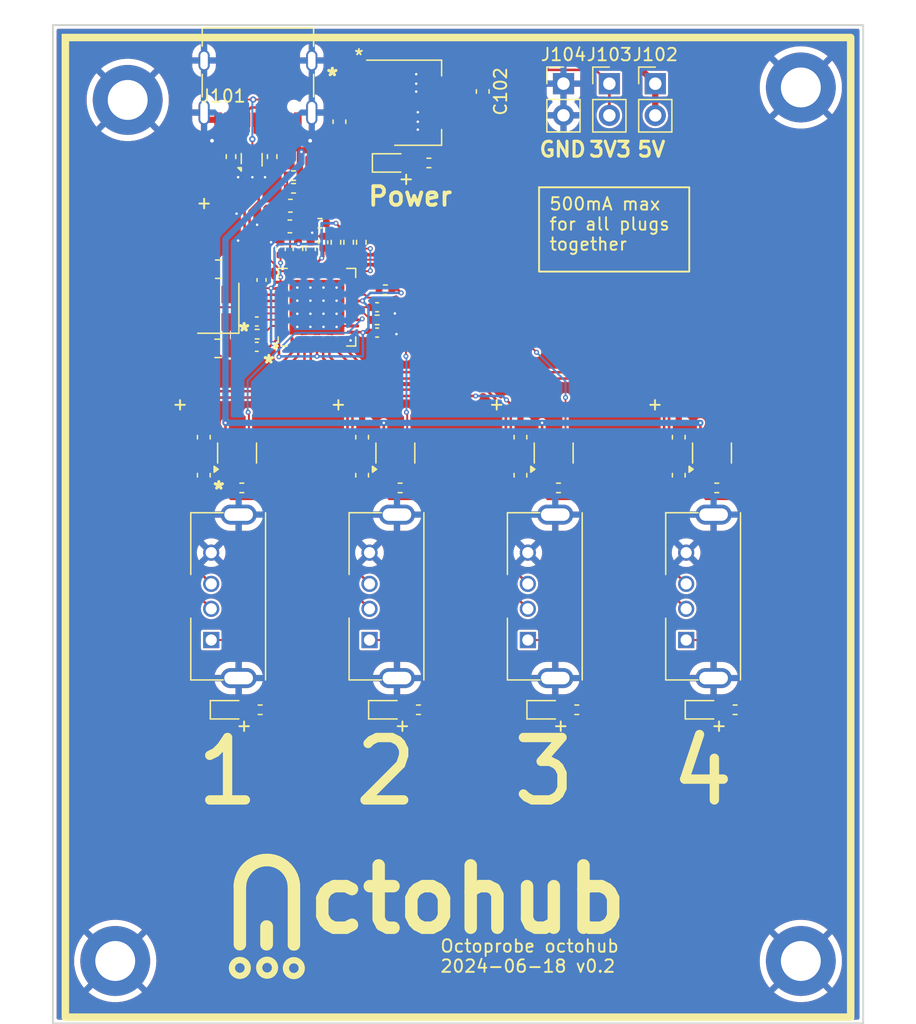
<source format=kicad_pcb>
(kicad_pcb (version 20240108) (generator "pcbnew") (generator_version "8.0")
  (title_block (title "Octoprobe octohub") (date "2024-06-18") (rev "0.2") (company "Hans Märki, Märki Informatik") (comment 1 "The MIT License (MIT)"))
  (layers (0 "F.Cu" signal) (31 "B.Cu" signal) (34 "B.Paste" user) (35 "F.Paste" user) (36 "B.SilkS" user "B.Silkscreen") (37 "F.SilkS" user "F.Silkscreen") (38 "B.Mask" user) (39 "F.Mask" user) (44 "Edge.Cuts" user))
  (net 0 "")
  (net 1 "GND")
  (net 2 "+5V")
  (net 3 "+3V3")
  (net 4 "VBUS_DET")
  (net 5 "/hub4-1/chip_downstream/RESET")
  (net 6 "/hub4-1/chip_downstream/PRT_D_P1")
  (net 7 "/hub4-1/chip_downstream/PRT_D_M1")
  (net 8 "Net-(U1101-XTALIN{slash}CLKIN)")
  (net 9 "Net-(U1101-XTALOUT)")
  (net 10 "/hub4-1/chip_downstream/PRT_D_P2")
  (net 11 "/hub4-1/chip_downstream/PRT_D_M2")
  (net 12 "Net-(U1101-PLLFILT)")
  (net 13 "Net-(U1101-CRFILT)")
  (net 14 "Net-(J1201-VBUS)")
  (net 15 "Net-(J1301-VBUS)")
  (net 16 "/hub4-1/chip_downstream/PRT_D_M3")
  (net 17 "/hub4-1/chip_downstream/PRT_D_P3")
  (net 18 "Net-(J1401-VBUS)")
  (net 19 "/hub4-1/chip_downstream/PRT_D_P4")
  (net 20 "/hub4-1/chip_downstream/PRT_D_M4")
  (net 21 "/hub4-1/chip_downstream/PRT_PWR2")
  (net 22 "/hub4-1/chip_downstream/PRT_PWR4")
  (net 23 "Net-(J1501-VBUS)")
  (net 26 "Net-(J101-CC1)")
  (net 27 "Net-(J101-CC2)")
  (net 28 "/hub4-1/chip_downstream/PRT_PWR3")
  (net 29 "/USB_D-")
  (net 30 "/USB_D+")
  (net 31 "/hub4-1/chip_downstream/PRT_PWR1")
  (net 32 "Net-(D1201-A)")
  (net 33 "Net-(D1301-A)")
  (net 34 "Net-(D1401-A)")
  (net 35 "Net-(D1501-A)")
  (net 36 "Net-(D102-A)")
  (net 37 "Net-(U1101-SCL{slash}SMBCLK{slash}CFG_SEL0)")
  (net 38 "Net-(U1101-SDA{slash}SMBDATA{slash}NON_REM1)")
  (net 39 "Net-(U1101-RBIAS)")
  (net 40 "Net-(U1101-SUSP_IND{slash}LOCAL_PWR{slash}NON_REM0)")
  (net 41 "Net-(U1101-HS_IND{slash}CFG_SEL1)")
  (net 42 "Net-(U1101-OCS_N1)")
  (net 43 "Net-(U1101-OCS_N2)")
  (net 44 "Net-(U1101-OCS_N3)")
  (net 45 "Net-(U1101-OCS_N4)")
  (net 46 "Net-(U1201-SET)")
  (net 47 "Net-(U1301-SET)")
  (net 48 "Net-(U1401-SET)")
  (net 49 "Net-(U1501-SET)")
  (footprint "Capacitor_SMD:C_0603_1608Metric" (layer "F.Cu") (at 98.806 65.5255 -90)
    (property "Reference" "C1301" (hide yes))
    (property "Value" "10u")
  )
  (footprint "Capacitor_SMD:C_0603_1608Metric" (layer "F.Cu") (at 98.806 68.5735 -90)
    (property "Reference" "C1302" (hide yes))
    (property "Value" "10u")
  )
  (footprint "Resistor_SMD:R_0402_1005Metric" (layer "F.Cu") (at 91.5895 43.041 -90)
    (property "Reference" "R101" (hide yes))
    (property "Value" "5.1K")
  )
  (footprint "Resistor_SMD:R_0402_1005Metric" (layer "F.Cu") (at 90.384 57.2705)
    (property "Reference" "R1104" (hide yes))
    (property "Value" "12k")
  )
  (footprint "Capacitor_SMD:C_0805_2012Metric" (layer "F.Cu") (at 87.308 52.063501)
    (property "Reference" "C1107" (hide yes))
    (property "Value" "18p")
  )
  (footprint "00_project_library:USB_A_SHOUHAN_Vertical" (layer "F.Cu") (at 86.7 81.7795 90)
    (property "Reference" "J1201" (hide yes))
    (property "Value" "USB_A")
  )
  (footprint "00_project_library:LED_0603_1608Metric" (layer "F.Cu") (at 88.1125 87.3695)
    (property "Reference" "D1201" (hide yes))
    (property "Value" "LED WHITE")
  )
  (footprint "00_project_library:LED_0603_1608Metric" (layer "F.Cu") (at 126.2125 87.3695)
    (property "Reference" "D1501" (hide yes))
    (property "Value" "LED WHITE")
  )
  (footprint "Capacitor_SMD:C_0603_1608Metric" (layer "F.Cu") (at 111.506 65.5255 -90)
    (property "Reference" "C1401" (hide yes))
    (property "Value" "10u")
  )
  (footprint "Crystal:Crystal_SMD_3225-4Pin_3.2x2.5mm" (layer "F.Cu") (at 87.269 55.1955 90)
    (property "Reference" "Y1101" (hide yes))
    (property "Value" "24MHz")
  )
  (footprint "00_project_library:LED_0603_1608Metric" (layer "F.Cu") (at 100.8125 87.3695)
    (property "Reference" "D1301" (hide yes))
    (property "Value" "LED WHITE")
  )
  (footprint "00_project_library:LED_0603_1608Metric" (layer "F.Cu") (at 113.5125 87.3695)
    (property "Reference" "D1401" (hide yes))
    (property "Value" "LED WHITE")
  )
  (footprint "Package_TO_SOT_SMD:SOT-23-5" (layer "F.Cu") (at 101.473 66.7955 90)
    (property "Reference" "U1301" (hide yes))
    (property "Value" "MT9700")
  )
  (footprint "00_project_library:octohub_plug_label" (layer "F.Cu") (at 113.411 95.2435)
    (property "Reference" "UR1401" (hide yes))
    (property "Value" "3")
  )
  (footprint "00_project_library:octohub_plug_top_left" (layer "F.Cu") (at 122.301 62.8585)
    (property "Reference" "UR1502" (hide yes))
    (property "Value" "+")
  )
  (footprint "00_project_library:octohub_plug_top_left" (layer "F.Cu") (at 109.601 62.8585)
    (property "Reference" "UR1402" (hide yes))
    (property "Value" "+")
  )
  (footprint "Package_TO_SOT_SMD:SOT-23-5" (layer "F.Cu") (at 114.173 66.7955 90)
    (property "Reference" "U1401" (hide yes))
    (property "Value" "MT9700")
  )
  (footprint "Connector_PinHeader_2.54mm:PinHeader_1x02_P2.54mm_Vertical" (layer "F.Cu") (at 114.9575 37.194)
    (property "Reference" "J104")
    (property "Value" "GND")
  )
  (footprint "Resistor_SMD:R_0402_1005Metric" (layer "F.Cu") (at 96.705999 49.9065 -90)
    (property "Reference" "R1103" (hide yes))
    (property "Value" "100k")
  )
  (footprint "Capacitor_SMD:C_0603_1608Metric" (layer "F.Cu") (at 124.206 68.5735 -90)
    (property "Reference" "C1502" (hide yes))
    (property "Value" "10u")
  )
  (footprint "Resistor_SMD:R_0402_1005Metric" (layer "F.Cu") (at 100.008 56.127499 180)
    (property "Reference" "R1107" (hide yes))
    (property "Value" "10k")
  )
  (footprint "Capacitor_SMD:C_0603_1608Metric" (layer "F.Cu") (at 108.4805 37.821 -90)
    (property "Reference" "C102")
    (property "Value" "10u")
  )
  (footprint "Resistor_SMD:R_0402_1005Metric" (layer "F.Cu") (at 128.727 87.3695)
    (property "Reference" "R1502" (hide yes))
    (property "Value" "1k")
  )
  (footprint "Resistor_SMD:R_0402_1005Metric" (layer "F.Cu") (at 104.1625 43.549)
    (property "Reference" "R105" (hide yes))
    (property "Value" "470R")
  )
  (footprint "Resistor_SMD:R_0402_1005Metric" (layer "F.Cu") (at 95.422999 48.3805)
    (property "Reference" "R1101" (hide yes))
    (property "Value" "100k")
  )
  (footprint "00_project_library:octohub_plug_label" (layer "F.Cu") (at 100.711 95.2435)
    (property "Reference" "UR1301" (hide yes))
    (property "Value" "2")
  )
  (footprint "00_project_library:octohub_plug_label" (layer "F.Cu") (at 88.011 95.2435)
    (property "Reference" "UR1201" (hide yes))
    (property "Value" "1")
  )
  (footprint "Capacitor_SMD:C_0402_1005Metric" (layer "F.Cu") (at 90.356 56.2545 180)
    (property "Reference" "C1108" (hide yes))
    (property "Value" "0.1u")
  )
  (footprint "Capacitor_SMD:C_0402_1005Metric" (layer "F.Cu") (at 100.008 55.1115)
    (property "Reference" "C1109" (hide yes))
    (property "Value" "0.1u")
  )
  (footprint "Package_TO_SOT_SMD:SOT-23-5" (layer "F.Cu") (at 126.873 66.7955 90)
    (property "Reference" "U1501" (hide yes))
    (property "Value" "MT9700")
  )
  (footprint "Package_SON:Texas_USON-6_1x1.45mm_P0.5mm_SMD" (layer "F.Cu") (at 89.9465 43.295 90)
    (property "Reference" "D101" (hide yes))
    (property "Value" "PRTR5V0U2X")
  )
  (footprint "Capacitor_SMD:C_0603_1608Metric" (layer "F.Cu") (at 93.05 46.978)
    (property "Reference" "C103" (hide yes))
    (property "Value" "100n")
  )
  (footprint "Capacitor_SMD:C_0402_1005Metric" (layer "F.Cu") (at 95.689999 49.9045 90)
    (property "Reference" "C1104" (hide yes))
    (property "Value" "100n")
  )
  (footprint "00_project_library:USB_A_SHOUHAN_Vertical" (layer "F.Cu") (at 124.8 81.7795 90)
    (property "Reference" "J1501" (hide yes))
    (property "Value" "USB_A")
  )
  (footprint "Capacitor_SMD:C_0402_1005Metric" (layer "F.Cu") (at 90.737 52.924501 90)
    (property "Reference" "C1103" (hide yes))
    (property "Value" "100n")
  )
  (footprint "Resistor_SMD:R_0402_1005Metric" (layer "F.Cu") (at 97.721999 49.9065 -90)
    (property "Reference" "R1110" (hide yes))
    (property "Value" "10k")
  )
  (footprint "Capacitor_SMD:C_0805_2012Metric" (layer "F.Cu") (at 87.2588 58.408 180)
    (property "Reference" "C1106" (hide yes))
    (property "Value" "18p")
  )
  (footprint "Capacitor_SMD:C_0402_1005Metric" (layer "F.Cu") (at 100.008 57.143499)
    (property "Reference" "C1105" (hide yes))
    (property "Value" "100n")
  )
  (footprint "Capacitor_SMD:C_0402_1005Metric" (layer "F.Cu") (at 90.356 58.2865 180)
    (property "Reference" "C1101" (hide yes))
    (property "Value" "100n")
  )
  (footprint "Resistor_SMD:R_0402_1005Metric" (layer "F.Cu") (at 88.2875 43.041 -90)
    (property "Reference" "R102" (hide yes))
    (property "Value" "5.1K")
  )
  (footprint "Capacitor_SMD:C_0603_1608Metric" (layer "F.Cu") (at 86.106 68.5735 -90)
    (property "Reference" "C1202" (hide yes))
    (property "Value" "10u")
  )
  (footprint "Capacitor_SMD:C_0603_1608Metric" (layer "F.Cu") (at 93.01 48.6345 180)
    (property "Reference" "C1102" (hide yes))
    (property "Value" "100n")
  )
  (footprint "00_project_library:LED_0603_1608Metric" (layer "F.Cu") (at 101.1145 43.549)
    (property "Reference" "D102" (hide yes))
    (property "Value" "LED GREEN")
  )
  (footprint "Resistor_SMD:R_0402_1005Metric" (layer "F.Cu") (at 90.627 87.3695)
    (property "Reference" "R1202" (hide yes))
    (property "Value" "1k")
  )
  (footprint "Package_DFN_QFN:Texas_RHH0036C_VQFN-36-1EP_6x6mm_P0.5mm_EP4.4x4.4mm_ThermalVias" (layer "F.Cu") (at 95.182 55.1115 90)
    (property "Reference" "U1101" (hide yes))
    (property "Value" "USB2514B_Bi")
  )
  (footprint "Connector_PinHeader_2.54mm:PinHeader_1x02_P2.54mm_Vertical" (layer "F.Cu") (at 122.3235 37.199)
    (property "Reference" "J102")
    (property "Value" "5V")
  )
  (footprint "Package_TO_SOT_SMD:SOT-23-5" (layer "F.Cu") (at 88.773 66.7955 90)
    (property "Reference" "U1201" (hide yes))
    (property "Value" "MT9700")
  )
  (footprint "MountingHole:MountingHole_3.2mm_M3_DIN965_Pad" (layer "F.Cu") (at 134 37.5)
    (property "Reference" "H102" (hide yes))
    (property "Value" "octoprobe_MountingHole")
  )
  (footprint "00_project_library:octohub_plug_top_left" (layer "F.Cu") (at 86.131 46.7295)
    (property "Reference" "UR1101" (hide yes))
    (property "Value" "+")
  )
  (footprint "Capacitor_SMD:C_0603_1608Metric" (layer "F.Cu") (at 86.106 65.5255 -90)
    (property "Reference" "C1201" (hide yes))
    (property "Value" "10u")
  )
  (footprint "00_project_library:octohub_plug_label" (layer "F.Cu") (at 126.111 95.2435)
    (property "Reference" "UR1501" (hide yes))
    (property "Value" "4")
  )
  (footprint "Resistor_SMD:R_0402_1005Metric" (layer "F.Cu") (at 92.261 50.4125 -90)
    (property "Reference" "R1105" (hide yes))
    (property "Value" "100k")
  )
  (footprint "Capacitor_SMD:C_0603_1608Metric" (layer "F.Cu") (at 124.206 65.5255 -90)
    (property "Reference" "C1501" (hide yes))
    (property "Value" "10u")
  )
  (footprint "Resistor_SMD:R_0402_1005Metric" (layer "F.Cu") (at 98.737999 49.9065 -90)
    (property "Reference" "R1109" (hide yes))
    (property "Value" "10k")
  )
  (footprint "00_project_library:SOT-223-3_TabPin2" (layer "F.Cu") (at 103.2735 38.723 180)
    (property "Reference" "U101" (hide yes))
    (property "Value" "AMS1117-3.3")
  )
  (footprint "Resistor_SMD:R_0402_1005Metric" (layer "F.Cu") (at 101.856 69.5895)
    (property "Reference" "R1301" (hide yes))
    (property "Value" "10k")
  )
  (footprint "Resistor_SMD:R_0402_1005Metric" (layer "F.Cu") (at 93.304 44.565)
    (property "Reference" "R103" (hide yes))
    (property "Value" "100k")
  )
  (footprint "Resistor_SMD:R_0402_1005Metric" (layer "F.Cu") (at 114.556 69.5895)
    (property "Reference" "R1401" (hide yes))
    (property "Value" "10k")
  )
  (footprint "00_project_library:octohub_plug_top_left" (layer "F.Cu") (at 96.901 62.8585)
    (property "Reference" "UR1302" (hide yes))
    (property "Value" "+")
  )
  (footprint "Resistor_SMD:R_0402_1005Metric" (layer "F.Cu") (at 89.156 69.5895)
    (property "Reference" "R1201" (hide yes))
    (property "Value" "10k")
  )
  (footprint "Resistor_SMD:R_0402_1005Metric" (layer "F.Cu") (at 103.327 87.3695)
    (property "Reference" "R1302" (hide yes))
    (property "Value" "1k")
  )
  (footprint "Connector_PinHeader_2.54mm:PinHeader_1x02_P2.54mm_Vertical" (layer "F.Cu") (at 118.6405 37.199)
    (property "Reference" "J103")
    (property "Value" "3V3")
  )
  (footprint "Capacitor_SMD:C_0603_1608Metric" (layer "F.Cu") (at 111.506 68.5735 -90)
    (property "Reference" "C1402" (hide yes))
    (property "Value" "10u")
  )
  (footprint "MountingHole:MountingHole_3.2mm_M3_DIN965_Pad" (layer "F.Cu") (at 134 107.5)
    (property "Reference" "H103" (hide yes))
    (property "Value" "octoprobe_MountingHole")
  )
  (footprint "MountingHole:MountingHole_3.2mm_M3_DIN965_Pad" (layer "F.Cu") (at 79 107.5)
    (property "Reference" "H104" (hide yes))
    (property "Value" "octoprobe_MountingHole")
  )
  (footprint "00_project_library:octohub_plug_top_left" (layer "F.Cu") (at 84.201 62.8585)
    (property "Reference" "UR1202" (hide yes))
    (property "Value" "+")
  )
  (footprint "Resistor_SMD:R_0402_1005Metric" (layer "F.Cu") (at 93.658 50.4125 -90)
    (property "Reference" "R1106" (hide yes))
    (property "Value" "10k")
  )
  (footprint "MountingHole:MountingHole_3.2mm_M3_DIN965_Pad" (layer "F.Cu") (at 80 38.5)
    (property "Reference" "H101" (hide yes))
    (property "Value" "octoprobe_MountingHole")
  )
  (footprint "Resistor_SMD:R_0402_1005Metric" (layer "F.Cu") (at 94.674 50.4125 -90)
    (property "Reference" "R1102" (hide yes))
    (property "Value" "100k")
  )
  (footprint "Resistor_SMD:R_0402_1005Metric" (layer "F.Cu") (at 116.027 87.3695)
    (property "Reference" "R1402" (hide yes))
    (property "Value" "1k")
  )
  (footprint "Capacitor_SMD:C_0603_1608Metric" (layer "F.Cu") (at 96.987 40.247 90)
    (property "Reference" "C101" (hide yes))
    (property "Value" "10u")
  )
  (footprint "00_project_library:USB_C_Receptacle_Palconn_UTC16-G" (layer "F.Cu") (at 90.4465 37.58 180)
    (property "Reference" "J101")
    (property "Value" "USB_C_Receptacle_USB2.0")
  )
  (footprint "Resistor_SMD:R_0402_1005Metric" (layer "F.Cu") (at 127.256 69.5895)
    (property "Reference" "R1501" (hide yes))
    (property "Value" "10k")
  )
  (footprint "Resistor_SMD:R_0402_1005Metric" (layer "F.Cu") (at 93.304 45.581 180)
    (property "Reference" "R104" (hide yes))
    (property "Value" "100k")
  )
  (footprint "Resistor_SMD:R_0402_1005Metric" (layer "F.Cu") (at 100.67 53.709 180)
    (property "Reference" "R1108" (hide yes))
    (property "Value" "10k")
  )
  (footprint "00_project_library:USB_A_SHOUHAN_Vertical" (layer "F.Cu") (at 112.1 81.7795 90)
    (property "Reference" "J1401" (hide yes))
    (property "Value" "USB_A")
  )
  (footprint "00_project_library:USB_A_SHOUHAN_Vertical" (layer "F.Cu") (at 99.4 81.7795 90)
    (property "Reference" "J1301" (hide yes))
    (property "Value" "USB_A")
  )
  (gr_line (start 125.943 65.647) (end 125.943 64.377) (stroke (width 0.15)) (layer "F.Cu") (net 2))
  (gr_line (start 100.543 65.647) (end 100.543 64.377) (stroke (width 0.15)) (layer "F.Cu") (net 2))
  (gr_line (start 125.943 65.647) (end 125.943 64.377) (stroke (width 0.15)) (layer "F.Cu") (net 2))
  (gr_line (start 87.843 65.647) (end 87.843 64.377) (stroke (width 0.15)) (layer "F.Cu") (net 2))
  (gr_line (start 125.943 65.647) (end 125.943 64.377) (stroke (width 0.15)) (layer "F.Cu") (net 2))
  (gr_line (start 113.243 65.647) (end 113.243 64.377) (stroke (width 0.15)) (layer "F.Cu") (net 2))
  (gr_line (start 113.243 65.647) (end 113.243 64.377) (stroke (width 0.15)) (layer "F.Cu") (net 2))
  (gr_line (start 113.243 65.647) (end 113.243 64.377) (stroke (width 0.15)) (layer "F.Cu") (net 2))
  (gr_line (start 100.543 65.647) (end 100.543 64.377) (stroke (width 0.15)) (layer "F.Cu") (net 2))
  (gr_line (start 100.543 65.647) (end 100.543 64.377) (stroke (width 0.15)) (layer "F.Cu") (net 2))
  (gr_line (start 92.121038 99.628151) (end 91.99042 99.569195) (stroke (width 1)) (layer "F.SilkS"))
  (gr_line (start 90.209445 99.628151) (end 90.082016 99.696177) (stroke (width 1)) (layer "F.SilkS"))
  (gr_line (start 89.056443 101.075704) (end 89.04132 101.144983) (stroke (width 1)) (layer "F.SilkS"))
  (gr_line (start 92.700506 100.043753) (end 92.597342 99.946702) (stroke (width 1)) (layer "F.SilkS"))
  (gr_line (start 89.028445 101.214903) (end 89.017847 101.285414) (stroke (width 1)) (layer "F.SilkS"))
  (gr_line (start 89.444711 100.255803) (end 89.402948 100.312267) (stroke (width 1)) (layer "F.SilkS"))
  (gr_line (start 92.967423 100.370012) (end 92.885774 100.255803) (stroke (width 1)) (layer "F.SilkS"))
  (gr_line (start 93.215468 100.872202) (end 93.165696 100.740641) (stroke (width 1)) (layer "F.SilkS"))
  (gr_line (start 93.331696 101.572383) (end 93.326895 101.428012) (stroke (width 1)) (layer "F.SilkS"))
  (gr_line (start 93.165696 100.740641) (end 93.107612 100.612826) (stroke (width 1)) (layer "F.SilkS"))
  (gr_line (start 90.746501 99.446748) (end 90.609047 99.478493) (stroke (width 1)) (layer "F.SilkS"))
  (gr_line (start 89.093322 100.939264) (end 89.073787 101.007114) (stroke (width 1)) (layer "F.SilkS"))
  (gr_line (start 93.041445 100.489152) (end 92.967423 100.370012) (stroke (width 1)) (layer "F.SilkS"))
  (gr_line (start 89.325085 100.42899) (end 89.289042 100.489152) (stroke (width 1)) (layer "F.SilkS"))
  (gr_line (start 89.533759 100.146919) (end 89.488325 100.200671) (stroke (width 1)) (layer "F.SilkS"))
  (gr_line (start 89.003596 101.428012) (end 89 101.5) (stroke (width 1)) (layer "F.SilkS"))
  (gr_line (start 90.885321 99.424072) (end 90.746501 99.446748) (stroke (width 1)) (layer "F.SilkS"))
  (gr_poly (pts (xy 91.216073 107.404019) (xy 91.248321 107.406471) (xy 91.2801 107.410509) (xy 91.31137 107.416094) (xy 91.342092 107.423184) (xy 91.372225 107.43174) (xy 91.40173 107.441723) (xy 91.430566 107.453093) (xy 91.458695 107.465809) (xy 91.486075 107.479832) (xy 91.512667 107.495121) (xy 91.538431 107.511638) (xy 91.563327 107.529341) (xy 91.587315 107.548192) (xy 91.610356 107.56815) (xy 91.632409 107.589175) (xy 91.653435 107.611228) (xy 91.673394 107.634268) (xy 91.692245 107.658256) (xy 91.709949 107.683152) (xy 91.726466 107.708915) (xy 91.741756 107.735507) (xy 91.755779 107.762887) (xy 91.768496 107.791015) (xy 91.779866 107.819851) (xy 91.789849 107.849356) (xy 91.798406 107.879489) (xy 91.805497 107.910211) (xy 91.811081 107.941482) (xy 91.815119 107.973261) (xy 91.817572 108.00551) (xy 91.818398 108.038188) (xy 91.817572 108.070865) (xy 91.815119 108.103114) (xy 91.811081 108.134893) (xy 91.805497 108.166164) (xy 91.798406 108.196886) (xy 91.789849 108.227019) (xy 91.779866 108.256524) (xy 91.768496 108.285361) (xy 91.755779 108.313489) (xy 91.741756 108.340868) (xy 91.726466 108.36746) (xy 91.709949 108.393224) (xy 91.692245 108.418119) (xy 91.673394 108.442107) (xy 91.653435 108.465148) (xy 91.632409 108.4872) (xy 91.610356 108.508226) (xy 91.587315 108.528184) (xy 91.563327 108.547034) (xy 91.538431 108.564738) (xy 91.512667 108.581254) (xy 91.486075 108.596544) (xy 91.458695 108.610567) (xy 91.430566 108.623283) (xy 91.40173 108.634652) (xy 91.372225 108.644635) (xy 91.342092 108.653192) (xy 91.31137 108.660282) (xy 91.2801 108.665866) (xy 91.248321 108.669904) (xy 91.216073 108.672356) (xy 91.183396 108.673182) (xy 91.150719 108.672356) (xy 91.118471 108.669904) (xy 91.086691 108.665866) (xy 91.055421 108.660282) (xy 91.024699 108.653192) (xy 90.994566 108.644635) (xy 90.965061 108.634652) (xy 90.936225 108.623283) (xy 90.908097 108.610567) (xy 90.880717 108.596544) (xy 90.854125 108.581254) (xy 90.828361 108.564738) (xy 90.803464 108.547034) (xy 90.779476 108.528184) (xy 90.756435 108.508226) (xy 90.734382 108.4872) (xy 90.713356 108.465148) (xy 90.693398 108.442107) (xy 90.674546 108.418119) (xy 90.656842 108.393224) (xy 90.640325 108.36746) (xy 90.625035 108.340868) (xy 90.611012 108.313489) (xy 90.598295 108.285361) (xy 90.586925 108.256524) (xy 90.576942 108.227019) (xy 90.568385 108.196886) (xy 90.561295 108.166164) (xy 90.55571 108.134893) (xy 90.551672 108.103114) (xy 90.54922 108.070865) (xy 90.548394 108.038188) (xy 90.54922 108.00551) (xy 90.551672 107.973261) (xy 90.55571 107.941482) (xy 90.561295 107.910211) (xy 90.568385 107.879489) (xy 90.576942 107.849356) (xy 90.586925 107.819851) (xy 90.598295 107.791015) (xy 90.611012 107.762887) (xy 90.625035 107.735507) (xy 90.640325 107.708915) (xy 90.656842 107.683152) (xy 90.674546 107.658256) (xy 90.693398 107.634268) (xy 90.713356 107.611228) (xy 90.734382 107.589175) (xy 90.756435 107.56815) (xy 90.779476 107.548192) (xy 90.803464 107.529341) (xy 90.828361 107.511638) (xy 90.854125 107.495121) (xy 90.880717 107.479832) (xy 90.908097 107.465809) (xy 90.936225 107.453093) (xy 90.965061 107.441723) (xy 90.994566 107.43174) (xy 91.024699 107.423184) (xy 91.055421 107.416094) (xy 91.086691 107.410509) (xy 91.118471 107.406471) (xy 91.150719 107.404019) (xy 91.183396 107.403193)) (stroke (width 0.5)) (fill none) (layer "F.SilkS"))
  (gr_line (start 93.256703 101.007114) (end 93.215468 100.872202) (stroke (width 1)) (layer "F.SilkS"))
  (gr_line (start 89.488325 100.200671) (end 89.444711 100.255803) (stroke (width 1)) (layer "F.SilkS"))
  (gr_line (start 93.107612 100.612826) (end 93.041445 100.489152) (stroke (width 1)) (layer "F.SilkS"))
  (gr_line (start 89.843021 99.856159) (end 89.787256 99.900592) (stroke (width 1)) (layer "F.SilkS"))
  (gr_line (start 90.340063 99.569195) (end 90.209445 99.628151) (stroke (width 1)) (layer "F.SilkS"))
  (gr_line (start 89.959389 99.772519) (end 89.900408 99.813451) (stroke (width 1)) (layer "F.SilkS"))
  (gr_line (start 91.305429 99.410467) (end 91.165241 99.405932) (stroke (width 1)) (layer "F.SilkS"))
  (gr_line (start 91.583982 99.446748) (end 91.445162 99.424072) (stroke (width 1)) (layer "F.SilkS"))
  (gr_line (start 90.609047 99.478493) (end 90.473416 99.519309) (stroke (width 1)) (layer "F.SilkS"))
  (gr_poly (pts (xy 93.359711 107.439206) (xy 93.391959 107.441658) (xy 93.423738 107.445696) (xy 93.455009 107.45128) (xy 93.485731 107.458371) (xy 93.515864 107.466927) (xy 93.545369 107.47691) (xy 93.574205 107.48828) (xy 93.602333 107.500996) (xy 93.629713 107.515018) (xy 93.656305 107.530308) (xy 93.682069 107.546824) (xy 93.706965 107.564528) (xy 93.730954 107.583379) (xy 93.753995 107.603336) (xy 93.776048 107.624362) (xy 93.797074 107.646414) (xy 93.817032 107.669455) (xy 93.835883 107.693443) (xy 93.853588 107.718338) (xy 93.870105 107.744102) (xy 93.885395 107.770694) (xy 93.899418 107.798074) (xy 93.912135 107.826202) (xy 93.923504 107.855038) (xy 93.933488 107.884543) (xy 93.942045 107.914676) (xy 93.949135 107.945398) (xy 93.95472 107.976669) (xy 93.958758 108.008448) (xy 93.96121 108.040697) (xy 93.962036 108.073374) (xy 93.96121 108.106052) (xy 93.958758 108.138301) (xy 93.95472 108.17008) (xy 93.949135 108.201351) (xy 93.942045 108.232073) (xy 93.933488 108.262206) (xy 93.923504 108.291711) (xy 93.912135 108.320547) (xy 93.899418 108.348675) (xy 93.885395 108.376055) (xy 93.870105 108.402647) (xy 93.853588 108.42841) (xy 93.835883 108.453306) (xy 93.817032 108.477294) (xy 93.797074 108.500334) (xy 93.776048 108.522387) (xy 93.753995 108.543412) (xy 93.730954 108.56337) (xy 93.706965 108.582221) (xy 93.682069 108.599925) (xy 93.656305 108.616441) (xy 93.629713 108.631731) (xy 93.602333 108.645753) (xy 93.574205 108.658469) (xy 93.545369 108.669839) (xy 93.515864 108.679822) (xy 93.485731 108.688378) (xy 93.455009 108.695469) (xy 93.423738 108.701053) (xy 93.391959 108.705091) (xy 93.359711 108.707543) (xy 93.327034 108.708369) (xy 93.294357 108.707543) (xy 93.262109 108.705091) (xy 93.23033 108.701053) (xy 93.19906 108.695469) (xy 93.168338 108.688378) (xy 93.138205 108.679822) (xy 93.1087 108.669839) (xy 93.079863 108.658469) (xy 93.051735 108.645753) (xy 93.024355 108.631731) (xy 92.997763 108.616441) (xy 92.971999 108.599925) (xy 92.947103 108.582221) (xy 92.923115 108.56337) (xy 92.900074 108.543412) (xy 92.878021 108.522387) (xy 92.856995 108.500334) (xy 92.837036 108.477294) (xy 92.818185 108.453306) (xy 92.800481 108.42841) (xy 92.783964 108.402647) (xy 92.768674 108.376055) (xy 92.75465 108.348675) (xy 92.741934 108.320547) (xy 92.730564 108.291711) (xy 92.720581 108.262206) (xy 92.712024 108.232073) (xy 92.704933 108.201351) (xy 92.699349 108.17008) (xy 92.695311 108.138301) (xy 92.692858 108.106052) (xy 92.692032 108.073374) (xy 92.692858 108.040697) (xy 92.695311 108.008448) (xy 92.699349 107.976669) (xy 92.704933 107.945398) (xy 92.712024 107.914676) (xy 92.720581 107.884543) (xy 92.730564 107.855038) (xy 92.741934 107.826202) (xy 92.75465 107.798074) (xy 92.768674 107.770694) (xy 92.783964 107.744102) (xy 92.800481 107.718338) (xy 92.818185 107.693443) (xy 92.837036 107.669455) (xy 92.856995 107.646414) (xy 92.878021 107.624362) (xy 92.900074 107.603336) (xy 92.923115 107.583379) (xy 92.947103 107.564528) (xy 92.971999 107.546824) (xy 92.997763 107.530308) (xy 93.024355 107.515018) (xy 93.051735 107.500996) (xy 93.079863 107.48828) (xy 93.1087 107.47691) (xy 93.138205 107.466927) (xy 93.168338 107.458371) (xy 93.19906 107.45128) (xy 93.23033 107.445696) (xy 93.262109 107.441658) (xy 93.294357 107.439206) (xy 93.327034 107.43838)) (stroke (width 0.5)) (fill none) (layer "F.SilkS"))
  (gr_line (start 89.289042 100.489152) (end 89.254963 100.550447) (stroke (width 1)) (layer "F.SilkS"))
  (gr_line (start 89.04132 101.144983) (end 89.028445 101.214903) (stroke (width 1)) (layer "F.SilkS"))
  (gr_line (start 91.025054 99.410467) (end 90.885321 99.424072) (stroke (width 1)) (layer "F.SilkS"))
  (gr_line (start 92.248467 99.696177) (end 92.121038 99.628151) (stroke (width 1)) (layer "F.SilkS"))
  (gr_line (start 93.312644 101.285414) (end 93.28917 101.144983) (stroke (width 1)) (layer "F.SilkS"))
  (gr_line (start 93.326895 101.428012) (end 93.312644 101.285414) (stroke (width 1)) (layer "F.SilkS"))
  (gr_line (start 89.138853 100.805978) (end 89.11502 100.872202) (stroke (width 1)) (layer "F.SilkS"))
  (gr_line (start 89.073787 101.007114) (end 89.056443 101.075704) (stroke (width 1)) (layer "F.SilkS"))
  (gr_line (start 92.885774 100.255803) (end 92.796726 100.146919) (stroke (width 1)) (layer "F.SilkS"))
  (gr_line (start 90.473416 99.519309) (end 90.340063 99.569195) (stroke (width 1)) (layer "F.SilkS"))
  (gr_poly (pts (xy 89.029587 107.421826) (xy 89.061835 107.424278) (xy 89.093615 107.428316) (xy 89.124885 107.433901) (xy 89.155607 107.440991) (xy 89.18574 107.449547) (xy 89.215245 107.45953) (xy 89.244081 107.4709) (xy 89.272209 107.483616) (xy 89.299589 107.497639) (xy 89.326181 107.512928) (xy 89.351945 107.529445) (xy 89.376842 107.547148) (xy 89.40083 107.565999) (xy 89.423871 107.585957) (xy 89.445924 107.606982) (xy 89.46695 107.629035) (xy 89.486908 107.652075) (xy 89.50576 107.676063) (xy 89.523464 107.700959) (xy 89.539981 107.726722) (xy 89.555271 107.753314) (xy 89.569294 107.780694) (xy 89.582011 107.808822) (xy 89.593381 107.837658) (xy 89.603364 107.867163) (xy 89.611921 107.897296) (xy 89.619011 107.928018) (xy 89.624596 107.959289) (xy 89.628634 107.991069) (xy 89.631086 108.023317) (xy 89.631912 108.055995) (xy 89.631086 108.088672) (xy 89.628634 108.120921) (xy 89.624596 108.1527) (xy 89.619011 108.183971) (xy 89.611921 108.214693) (xy 89.603364 108.244826) (xy 89.593381 108.274331) (xy 89.582011 108.303168) (xy 89.569294 108.331296) (xy 89.555271 108.358675) (xy 89.539981 108.385267) (xy 89.523464 108.411031) (xy 89.50576 108.435926) (xy 89.486908 108.459914) (xy 89.46695 108.482955) (xy 89.445924 108.505007) (xy 89.423871 108.526033) (xy 89.40083 108.545991) (xy 89.376842 108.564841) (xy 89.351945 108.582545) (xy 89.326181 108.599061) (xy 89.299589 108.614351) (xy 89.272209 108.628374) (xy 89.244081 108.64109) (xy 89.215245 108.652459) (xy 89.18574 108.662442) (xy 89.155607 108.670999) (xy 89.124885 108.678089) (xy 89.093615 108.683673) (xy 89.061835 108.687711) (xy 89.029587 108.690163) (xy 88.99691 108.690989) (xy 88.964233 108.690163) (xy 88.931985 108.687711) (xy 88.900206 108.683673) (xy 88.868936 108.678089) (xy 88.838214 108.670999) (xy 88.808081 108.662442) (xy 88.778576 108.652459) (xy 88.74974 108.64109) (xy 88.721611 108.628374) (xy 88.694231 108.614351) (xy 88.667639 108.599061) (xy 88.641875 108.582545) (xy 88.616979 108.564841) (xy 88.592991 108.545991) (xy 88.56995 108.526033) (xy 88.547897 108.505007) (xy 88.526871 108.482955) (xy 88.506912 108.459914) (xy 88.488061 108.435926) (xy 88.470357 108.411031) (xy 88.45384 108.385267) (xy 88.43855 108.358675) (xy 88.424527 108.331296) (xy 88.41181 108.303168) (xy 88.40044 108.274331) (xy 88.390457 108.244826) (xy 88.3819 108.214693) (xy 88.374809 108.183971) (xy 88.369225 108.1527) (xy 88.365187 108.120921) (xy 88.362734 108.088672) (xy 88.361908 108.055995) (xy 88.362734 108.023317) (xy 88.365187 107.991069) (xy 88.369225 107.959289) (xy 88.374809 107.928018) (xy 88.3819 107.897296) (xy 88.390457 107.867163) (xy 88.40044 107.837658) (xy 88.41181 107.808822) (xy 88.424527 107.780694) (xy 88.43855 107.753314) (xy 88.45384 107.726722) (xy 88.470357 107.700959) (xy 88.488061 107.676063) (xy 88.506912 107.652075) (xy 88.526871 107.629035) (xy 88.547897 107.606982) (xy 88.56995 107.585957) (xy 88.592991 107.565999) (xy 88.616979 107.547148) (xy 88.641875 107.529445) (xy 88.667639 107.512928) (xy 88.694231 107.497639) (xy 88.721611 107.483616) (xy 88.74974 107.4709) (xy 88.778576 107.45953) (xy 88.808081 107.449547) (xy 88.838214 107.440991) (xy 88.868936 107.433901) (xy 88.900206 107.428316) (xy 88.931985 107.424278) (xy 88.964233 107.421826) (xy 88.99691 107.421)) (stroke (width 0.5)) (fill none) (layer "F.SilkS"))
  (gr_poly (pts (xy 91.15799 106.15858) (xy 91.132592 106.15858) (xy 91.132592 104.736186) (xy 91.15799 104.736186)) (stroke (width 1)) (fill solid) (layer "F.SilkS"))
  (gr_line (start 90.082016 99.696177) (end 90.019934 99.733411) (stroke (width 1)) (layer "F.SilkS"))
  (gr_line (start 89.680707 99.994438) (end 89.629979 100.043753) (stroke (width 1)) (layer "F.SilkS"))
  (gr_line (start 92.487462 99.856159) (end 92.371095 99.772519) (stroke (width 1)) (layer "F.SilkS"))
  (gr_line (start 89.580987 100.094596) (end 89.533759 100.146919) (stroke (width 1)) (layer "F.SilkS"))
  (gr_line (start 91.857067 99.519309) (end 91.721436 99.478493) (stroke (width 1)) (layer "F.SilkS"))
  (gr_line (start 89.017847 101.285414) (end 89.009554 101.356467) (stroke (width 1)) (layer "F.SilkS"))
  (gr_poly (pts (xy 93.368805 106.202952) (xy 93.302597 106.202952) (xy 93.302597 101.665766) (xy 93.368805 101.665766)) (stroke (width 0.93379)) (fill solid) (layer "F.SilkS"))
  (gr_line (start 89.009554 101.356467) (end 89.003596 101.428012) (stroke (width 1)) (layer "F.SilkS"))
  (gr_line (start 93.28917 101.144983) (end 93.256703 101.007114) (stroke (width 1)) (layer "F.SilkS"))
  (gr_line (start 91.99042 99.569195) (end 91.857067 99.519309) (stroke (width 1)) (layer "F.SilkS"))
  (gr_line (start 89.19281 100.676241) (end 89.164793 100.740641) (stroke (width 1)) (layer "F.SilkS"))
  (gr_line (start 92.371095 99.772519) (end 92.248467 99.696177) (stroke (width 1)) (layer "F.SilkS"))
  (gr_line (start 89.900408 99.813451) (end 89.843021 99.856159) (stroke (width 1)) (layer "F.SilkS"))
  (gr_line (start 91.165241 99.405932) (end 91.025054 99.410467) (stroke (width 1)) (layer "F.SilkS"))
  (gr_line (start 89.222876 100.612826) (end 89.19281 100.676241) (stroke (width 1)) (layer "F.SilkS"))
  (gr_line (start 91.721436 99.478493) (end 91.583982 99.446748) (stroke (width 1)) (layer "F.SilkS"))
  (gr_line (start 90.019934 99.733411) (end 89.959389 99.772519) (stroke (width 1)) (layer "F.SilkS"))
  (gr_line (start 89.164793 100.740641) (end 89.138853 100.805978) (stroke (width 1)) (layer "F.SilkS"))
  (gr_line (start 89.629979 100.043753) (end 89.580987 100.094596) (stroke (width 1)) (layer "F.SilkS"))
  (gr_line (start 89.402948 100.312267) (end 89.363063 100.370012) (stroke (width 1)) (layer "F.SilkS"))
  (gr_line (start 89.733142 99.946702) (end 89.680707 99.994438) (stroke (width 1)) (layer "F.SilkS"))
  (gr_line (start 92.597342 99.946702) (end 92.487462 99.856159) (stroke (width 1)) (layer "F.SilkS"))
  (gr_line (start 91.445162 99.424072) (end 91.305429 99.410467) (stroke (width 1)) (layer "F.SilkS"))
  (gr_line (start 89.254963 100.550447) (end 89.222876 100.612826) (stroke (width 1)) (layer "F.SilkS"))
  (gr_rect (start 75 33.5) (end 138 112) (stroke (width 0.6)) (fill none) (layer "F.SilkS"))
  (gr_line (start 89.363063 100.370012) (end 89.325085 100.42899) (stroke (width 1)) (layer "F.SilkS"))
  (gr_line (start 89.787256 99.900592) (end 89.733142 99.946702) (stroke (width 1)) (layer "F.SilkS"))
  (gr_line (start 89 101.5) (end 88.998795 101.572383) (stroke (width 1)) (layer "F.SilkS"))
  (gr_line (start 89.11502 100.872202) (end 89.093322 100.939264) (stroke (width 1)) (layer "F.SilkS"))
  (gr_line (start 92.796726 100.146919) (end 92.700506 100.043753) (stroke (width 1)) (layer "F.SilkS"))
  (gr_poly (pts (xy 89.010903 106.167613) (xy 88.987084 106.167613) (xy 88.987084 101.67628) (xy 89.010903 101.67628)) (stroke (width 0.976182)) (fill solid) (layer "F.SilkS"))
  (gr_rect (start 74 32.5) (end 139 112.5) (stroke (width 0.15)) (fill none) (layer "Edge.Cuts"))
  (gr_text "GND" (at 114.894 43.168 0) (layer "F.SilkS") (effects (font (size 1.2 1.2) (thickness 0.25) (bold yes)) (justify bottom)))
  (gr_text "5V" (at 122.006 43.168 0) (layer "F.SilkS") (effects (font (size 1.2 1.2) (thickness 0.25) (bold yes)) (justify bottom)))
  (gr_text "*" (at 87.3096 70.4476 0) (layer "F.SilkS") (effects (font (size 1.2 1.2) (thickness 0.25) (bold yes)) (justify bottom)))
  (gr_text "ctohub" (at 94 105.5 0) (layer "F.SilkS") (effects (font (size 5 5) (thickness 1) (bold yes)) (justify left bottom)))
  (gr_text "*" (at 91.3228 60.3384 0) (layer "F.SilkS") (effects (font (size 1.2 1.2) (thickness 0.25) (bold yes)) (justify bottom)))
  (gr_text "3V3" (at 118.704 43.168 0) (layer "F.SilkS") (effects (font (size 1.2 1.2) (thickness 0.25) (bold yes)) (justify bottom)))
  (gr_text "*" (at 89.34 57.7785 0) (layer "F.SilkS") (effects (font (size 1.2 1.2) (thickness 0.25) (bold yes)) (justify bottom)))
  (gr_text "*" (at 96.4155 37.326 0) (layer "F.SilkS") (effects (font (size 1.2 1.2) (thickness 0.25) (bold yes)) (justify bottom)))
  (gr_text "${TITLE}\n${ISSUE_DATE} v${REVISION}" (at 105 108.5 0) (layer "F.SilkS") (effects (font (size 1 1)) (justify left bottom)))
  (gr_text "Power" (at 99.146 47.105 0) (layer "F.SilkS") (effects (font (size 1.5 1.5) (thickness 0.3) (bold yes)) (justify left bottom)))
  (gr_text_box "500mA max for all plugs together" (start 113 45.5) (end 125.0495 52.2564) (layer "F.SilkS") (effects (font (size 1 1)) (justify left top)) (border yes) (stroke (width 0.15)))
  (segment (start 94.801 49.2695) (end 94.801 49.1425) (width 0.15) (layer "F.Cu") (net 1))
  (segment (start 100.488 55.1115) (end 100.9295 55.1115) (width 0.15) (layer "F.Cu") (net 1))
  (segment (start 96.682 56.6115) (end 98.0695 56.6115) (width 0.15) (layer "F.Cu") (net 1))
  (segment (start 93.6465 40.09) (end 93.6465 40.78) (width 0.4) (layer "F.Cu") (net 1))
  (segment (start 87.2465 41.288) (end 86.7635 41.771) (width 0.4) (layer "F.Cu") (net 1))
  (segment (start 92.261 49.9025) (end 92.261 48.6605) (width 0.15) (layer "F.Cu") (net 1))
  (segment (start 95.69 49.4245) (end 96.452 49.4245) (width 0.15) (layer "F.Cu") (net 1))
  (segment (start 100.9295 55.1115) (end 101.432 55.614) (width 0.15) (layer "F.Cu") (net 1))
  (segment (start 87.2465 40.09) (end 87.2465 41.288) (width 0.4) (layer "F.Cu") (net 1))
  (segment (start 96.48 49.4245) (end 95.69 49.4245) (width 0.15) (layer "F.Cu") (net 1))
  (segment (start 96.452 49.4245) (end 96.452 49.1425) (width 0.15) (layer "F.Cu") (net 1))
  (segment (start 95.054 49.5225) (end 94.674 49.9025) (width 0.15) (layer "F.Cu") (net 1))
  (segment (start 95.69 49.4245) (end 95.152 49.4245) (width 0.15) (layer "F.Cu") (net 1))
  (segment (start 93.6465 40.78) (end 94.6375 41.771) (width 0.4) (layer "F.Cu") (net 1))
  (segment (start 96.706 49.3965) (end 96.706 49.1445) (width 0.15) (layer "F.Cu") (net 1))
  (segment (start 95.152 49.4245) (end 95.054 49.5225) (width 0.15) (layer "F.Cu") (net 1))
  (segment (start 88.119 54.0955) (end 88.119 52.2025) (width 0.15) (layer "F.Cu") (net 1))
  (segment (start 92.261 49.9025) (end 91.501 49.9025) (width 0.15) (layer "F.Cu") (net 1))
  (segment (start 95.054 49.5225) (end 94.801 49.2695) (width 0.15) (layer "F.Cu") (net 1))
  (via (at 103.1465 37.199) (size 0.4) (drill 0.2) (layers "F.Cu" "B.Cu") (net 1))
  (via (at 103.2735 40.247) (size 0.4) (drill 0.2) (layers "F.Cu" "B.Cu") (net 1))
  (via (at 97.876 57.773) (size 0.4) (drill 0.2) (layers "F.Cu" "B.Cu") (net 1))
  (via (at 103.2735 40.882) (size 0.4) (drill 0.2) (layers "F.Cu" "B.Cu") (net 1))
  (via (at 90.002 44.692) (size 0.4) (drill 0.2) (layers "F.Cu" "B.Cu") (net 1))
  (via (at 90.383 48.502) (size 0.4) (drill 0.2) (layers "F.Cu" "B.Cu") (net 1))
  (via (at 103.1465 37.834) (size 0.4) (drill 0.2) (layers "F.Cu" "B.Cu") (net 1))
  (via (at 94.6375 41.771) (size 0.5) (drill 0.3) (layers "F.Cu" "B.Cu") (net 1))
  (via (at 86.7635 41.771) (size 0.5) (drill 0.3) (layers "F.Cu" "B.Cu") (net 1))
  (via (at 103.2735 39.485) (size 0.4) (drill 0.2) (layers "F.Cu" "B.Cu") (net 1))
  (via (at 88.732 47.613) (size 0.4) (drill 0.2) (layers "F.Cu" "B.Cu") (net 1))
  (via (at 94.801 49.1425) (size 0.4) (drill 0.2) (layers "F.Cu" "B.Cu") (net 1))
  (via (at 101.559 57.265) (size 0.4) (drill 0.2) (layers "F.Cu" "B.Cu") (net 1))
  (via (at 88.859 44.692) (size 0.4) (drill 0.2) (layers "F.Cu" "B.Cu") (net 1))
  (via (at 91.501 49.9025) (size 0.4) (drill 0.2) (layers "F.Cu" "B.Cu") (net 1))
  (via (at 88.859 49.772) (size 0.4) (drill 0.2) (layers "F.Cu" "B.Cu") (net 1))
  (via (at 101.432 55.614) (size 0.4) (drill 0.2) (layers "F.Cu" "B.Cu") (net 1))
  (via (at 91.018 44.692) (size 0.4) (drill 0.2) (layers "F.Cu" "B.Cu") (net 1))
  (via (at 103.1465 36.437) (size 0.4) (drill 0.2) (layers "F.Cu" "B.Cu") (net 1))
  (segment (start 91.7165 38.469) (end 90.0655 38.469) (width 0.15) (layer "F.Cu") (net 2))
  (segment (start 125.943 64.377) (end 125.943 65.638) (width 0.2) (layer "F.Cu") (net 2))
  (segment (start 100.0465 34.076) (end 98.2075 35.915) (width 0.5) (layer "F.Cu") (net 2))
  (segment (start 113.243 64.377) (end 113.243 65.638) (width 0.2) (layer "F.Cu") (net 2))
  (segment (start 92.8465 39.599) (end 91.7165 38.469) (width 0.15) (layer "F.Cu") (net 2))
  (segment (start 88.0465 39.56) (end 88.0465 40.09) (width 0.15) (layer "F.Cu") (net 2))
  (segment (start 87.843 64.377) (end 87.843 65.638) (width 0.2) (layer "F.Cu") (net 2))
  (segment (start 122.3235 37.199) (end 122.3235 39.739) (width 0.5) (layer "F.Cu") (net 2))
  (segment (start 98.2075 41.023) (end 97.636 41.023) (width 0.5) (layer "F.Cu") (net 2))
  (segment (start 95.336 42.531) (end 95.351 42.531) (width 0.5) (layer "F.Cu") (net 2))
  (segment (start 87.1935 66.2875) (end 86.119 66.2875) (width 0.2) (layer "F.Cu") (net 2))
  (segment (start 93.812 42.531) (end 92.8465 41.5655) (width 0.5) (layer "F.Cu") (net 2))
  (segment (start 125.923 65.658) (end 125.2935 66.2875) (width 0.2) (layer "F.Cu") (net 2))
  (segment (start 100.543 64.377) (end 100.543 65.638) (width 0.2) (layer "F.Cu") (net 2))
  (segment (start 95.351 42.531) (end 96.987 40.895) (width 0.5) (layer "F.Cu") (net 2))
  (segment (start 97.636 41.023) (end 97.635 41.022) (width 0.5) (layer "F.Cu") (net 2))
  (segment (start 99.8935 66.2875) (end 98.819 66.2875) (width 0.2) (layer "F.Cu") (net 2))
  (segment (start 87.843 65.638) (end 87.1935 66.2875) (width 0.2) (layer "F.Cu") (net 2))
  (segment (start 113.243 65.638) (end 112.5935 66.2875) (width 0.2) (layer "F.Cu") (net 2))
  (segment (start 122.3235 37.199) (end 119.2005 34.076) (width 0.5) (layer "F.Cu") (net 2))
  (segment (start 97.635 41.022) (end 96.987 41.022) (width 0.5) (layer "F.Cu") (net 2))
  (segment (start 93.812 42.531) (end 95.336 42.531) (width 0.5) (layer "F.Cu") (net 2))
  (segment (start 90.0005 41.644) (end 90.0005 42.941) (width 0.15) (layer "F.Cu") (net 2))
  (segment (start 119.2005 34.076) (end 100.0465 34.076) (width 0.5) (layer "F.Cu") (net 2))
  (segment (start 89.1765 38.469) (end 88.0465 39.599) (width 0.15) (layer "F.Cu") (net 2))
  (segment (start 125.943 65.638) (end 125.2935 66.2875) (width 0.2) (layer "F.Cu") (net 2))
  (segment (start 100.1235 41.023) (end 98.2075 41.023) (width 0.5) (layer "F.Cu") (net 2))
  (segment (start 90.0655 38.469) (end 89.1765 38.469) (width 0.15) (layer "F.Cu") (net 2))
  (segment (start 93.814 44.565) (end 93.814 42.533) (width 0.5) (layer "F.Cu") (net 2))
  (segment (start 98.2075 35.915) (end 98.2075 41.023) (width 0.5) (layer "F.Cu") (net 2))
  (segment (start 93.814 42.533) (end 93.812 42.531) (width 0.5) (layer "F.Cu") (net 2))
  (segment (start 113.223 65.658) (end 112.5935 66.2875) (width 0.2) (layer "F.Cu") (net 2))
  (segment (start 100.523 65.658) (end 99.8935 66.2875) (width 0.2) (layer "F.Cu") (net 2))
  (segment (start 100.543 65.638) (end 99.8935 66.2875) (width 0.2) (layer "F.Cu") (net 2))
  (segment (start 125.2935 66.2875) (end 124.219 66.2875) (width 0.2) (layer "F.Cu") (net 2))
  (segment (start 92.8465 41.5655) (end 92.8465 40.09) (width 0.5) (layer "F.Cu") (net 2))
  (segment (start 112.5935 66.2875) (end 111.519 66.2875) (width 0.2) (layer "F.Cu") (net 2))
  (via (at 100.543 64.377) (size 0.4) (drill 0.2) (layers "F.Cu" "B.Cu") (net 2))
  (via (at 93.939 42.66) (size 0.4) (drill 0.2) (layers "F.Cu" "B.Cu") (net 2))
  (via (at 90.0655 38.469) (size 0.508) (drill 0.254) (layers "F.Cu" "B.Cu") (net 2))
  (via (at 125.943 64.377) (size 0.4) (drill 0.2) (layers "F.Cu" "B.Cu") (net 2))
  (via (at 113.243 64.377) (size 0.4) (drill 0.2) (layers "F.Cu" "B.Cu") (net 2))
  (via (at 90.0005 41.644) (size 0.508) (drill 0.254) (layers "F.Cu" "B.Cu") (net 2))
  (via (at 87.843 64.377) (size 0.4) (drill 0.2) (layers "F.Cu" "B.Cu") (net 2))
  (segment (start 125.943 64.377) (end 87.843 64.377) (width 0.5) (layer "B.Cu") (net 2))
  (segment (start 87.843 64.377) (end 87.843 49.645) (width 0.5) (layer "B.Cu") (net 2))
  (segment (start 87.843 49.645) (end 93.939 43.549) (width 0.5) (layer "B.Cu") (net 2))
  (segment (start 93.939 43.549) (end 93.939 42.66) (width 0.5) (layer "B.Cu") (net 2))
  (segment (start 90.0005 38.534) (end 90.0005 41.644) (width 0.15) (layer "B.Cu") (net 2))
  (segment (start 91.6315 58.027) (end 91.653 58.027) (width 0.2) (layer "F.Cu") (net 3))
  (segment (start 117.5355 36.094) (end 109.0525 36.094) (width 0.2) (layer "F.Cu") (net 3))
  (segment (start 95.69 51.0475) (end 95.563 51.1745) (width 0.2) (layer "F.Cu") (net 3))
  (segment (start 92.2945 53.6115) (end 91.574 53.6115) (width 0.2) (layer "F.Cu") (net 3))
  (segment (start 91.653 58.027) (end 91.653 58.0055) (width 0.2) (layer "F.Cu") (net 3))
  (segment (start 101.18 53.709) (end 101.686 53.709) (width 0.2) (layer "F.Cu") (net 3))
  (segment (start 91.653 58.0055) (end 92.134 57.5245) (width 0.2) (layer "F.Cu") (net 3))
  (segment (start 98.0695 57.1115) (end 98.833 57.1115) (width 0.2) (layer "F.Cu") (net 3))
  (segment (start 92.134 59.082) (end 92.134 57.5245) (width 0.2) (layer "F.Cu") (net 3))
  (segment (start 95.182 52.224) (end 95.182 51.5555) (width 0.2) (layer "F.Cu") (net 3))
  (segment (start 118.6405 37.199) (end 118.6405 39.739) (width 0.2) (layer "F.Cu") (net 3))
  (segment (start 95.69 50.3845) (end 95.69 51.0475) (width 0.2) (layer "F.Cu") (net 3))
  (segment (start 95.182 51.5555) (end 95.563 51.1745) (width 0.2) (layer "F.Cu") (net 3))
  (segment (start 104.6725 43.549) (end 104.6725 43.8645) (width 0.2) (layer "F.Cu") (net 3))
  (segment (start 99.655 57.1435) (end 98.865 57.1435) (width 0.2) (layer "F.Cu") (net 3))
  (segment (start 90.836 58.2865) (end 91.372 58.2865) (width 0.2) (layer "F.Cu") (net 3))
  (segment (start 91.499 53.5875) (end 90.709 53.5875) (width 0.15) (layer "F.Cu") (net 3))
  (segment (start 98.823 54.6115) (end 98.0695 54.6115) (width 0.2) (layer "F.Cu") (net 3))
  (segment (start 95.182 57.999) (end 95.182 59.0485) (width 0.2) (layer "F.Cu") (net 3))
  (segment (start 97.722 49.3965) (end 96.706 48.3805) (width 0.2) (layer "F.Cu") (net 3))
  (segment (start 92.134 57.5245) (end 92.134 57.272) (width 0.2) (layer "F.Cu") (net 3))
  (segment (start 100.1235 38.723) (end 104.5435 38.723) (width 0.2) (layer "F.Cu") (net 3))
  (segment (start 99.1405 49.3965) (end 98.737999 49.3965) (width 0.2) (layer "F.Cu") (net 3))
  (segment (start 98.833 57.1115) (end 98.865 57.1435) (width 0.2) (layer "F.Cu") (net 3))
  (segment (start 118.6405 37.199) (end 117.5355 36.094) (width 0.2) (layer "F.Cu") (net 3))
  (segment (start 104.6725 43.8645) (end 99.1405 49.3965) (width 0.2) (layer "F.Cu") (net 3))
  (segment (start 118.6405 36.564) (end 118.6405 39.739) (width 0.2) (layer "F.Cu") (net 3))
  (segment (start 104.6725 43.549) (end 104.6725 38.852) (width 0.2) (layer "F.Cu") (net 3))
  (segment (start 100.518 56.1535) (end 99.528 57.1435) (width 0.2) (layer "F.Cu") (net 3))
  (segment (start 95.933 48.3805) (end 96.706 48.3805) (width 0.2) (layer "F.Cu") (net 3))
  (segment (start 92.134 57.272) (end 92.2945 57.1115) (width 0.2) (layer "F.Cu") (net 3))
  (segment (start 99.147 57.1435) (end 99.528 57.1435) (width 0.2) (layer "F.Cu") (net 3))
  (segment (start 101.686 53.709) (end 101.94 53.963) (width 0.2) (layer "F.Cu") (net 3))
  (segment (start 91.372 58.2865) (end 91.6315 58.027) (width 0.2) (layer "F.Cu") (net 3))
  (segment (start 104.6725 38.852) (end 104.5435 38.723) (width 0.2) (layer "F.Cu") (net 3))
  (segment (start 109.0525 36.094) (end 106.4235 38.723) (width 0.2) (layer "F.Cu") (net 3))
  (segment (start 104.5435 38.723) (end 106.4235 38.723) (width 0.2) (layer "F.Cu") (net 3))
  (segment (start 97.722 49.3965) (end 98.738 49.3965) (width 0.2) (layer "F.Cu") (net 3))
  (segment (start 91.574 53.6115) (end 91.499 53.5365) (width 0.2) (layer "F.Cu") (net 3))
  (segment (start 98.831 54.6035) (end 98.823 54.6115) (width 0.2) (layer "F.Cu") (net 3))
  (via (at 101.94 53.963) (size 0.4) (drill 0.2) (layers "F.Cu" "B.Cu") (net 3))
  (via (at 93.7104 50.026) (size 0.4) (drill 0.2) (layers "F.Cu" "B.Cu") (net 3))
  (via (at 91.499 53.5875) (size 0.4) (drill 0.2) (layers "F.Cu" "B.Cu") (net 3))
  (via (at 92.134 59.082) (size 0.4) (drill 0.2) (layers "F.Cu" "B.Cu") (net 3))
  (via (at 91.653 58.027) (size 0.4) (drill 0.2) (layers "F.Cu" "B.Cu") (net 3))
  (via (at 96.706 48.3805) (size 0.4) (drill 0.2) (layers "F.Cu" "B.Cu") (net 3))
  (via (at 98.831 54.6035) (size 0.4) (drill 0.2) (layers "F.Cu" "B.Cu") (net 3))
  (via (at 95.563 51.1745) (size 0.4) (drill 0.2) (layers "F.Cu" "B.Cu") (net 3))
  (via (at 95.182 59.0485) (size 0.4) (drill 0.2) (layers "F.Cu" "B.Cu") (net 3))
  (via (at 98.865 57.1435) (size 0.4) (drill 0.2) (layers "F.Cu" "B.Cu") (net 3))
  (segment (start 98.831 54.6035) (end 99.4715 53.963) (width 0.2) (layer "B.Cu") (net 3))
  (segment (start 99.4715 53.963) (end 101.94 53.963) (width 0.2) (layer "B.Cu") (net 3))
  (segment (start 93.7329 50.0485) (end 95.563 50.0485) (width 0.2) (layer "B.Cu") (net 3))
  (segment (start 93.7104 50.026) (end 93.7329 50.0485) (width 0.2) (layer "B.Cu") (net 3))
  (segment (start 95.563 51.1745) (end 95.563 50.0485) (width 0.2) (layer "B.Cu") (net 3))
  (segment (start 91.499 57.873) (end 91.653 58.027) (width 0.2) (layer "B.Cu") (net 3))
  (segment (start 92.1675 59.0485) (end 95.182 59.0485) (width 0.2) (layer "B.Cu") (net 3))
  (segment (start 95.563 51.1745) (end 95.563 50.4125) (width 0.2) (layer "B.Cu") (net 3))
  (segment (start 98.951394 57.1435) (end 99.315 56.779894) (width 0.2) (layer "B.Cu") (net 3))
  (segment (start 91.499 53.5875) (end 91.78 53.3065) (width 0.2) (layer "B.Cu") (net 3))
  (segment (start 95.563 50.4125) (end 95.563 48.3805) (width 0.2) (layer "B.Cu") (net 3))
  (segment (start 93.6879 50.0485) (end 93.7104 50.026) (width 0.2) (layer "B.Cu") (net 3))
  (segment (start 92.117 50.0485) (end 93.6879 50.0485) (width 0.2) (layer "B.Cu") (net 3))
  (segment (start 95.563 48.3805) (end 96.706 48.3805) (width 0.2) (layer "B.Cu") (net 3))
  (segment (start 91.78 53.3065) (end 91.78 50.3855) (width 0.2) (layer "B.Cu") (net 3))
  (segment (start 91.78 50.3855) (end 92.117 50.0485) (width 0.2) (layer "B.Cu") (net 3))
  (segment (start 95.182 59.0485) (end 98.865 59.0485) (width 0.2) (layer "B.Cu") (net 3))
  (segment (start 98.865 59.0485) (end 98.865 57.1435) (width 0.2) (layer "B.Cu") (net 3))
  (segment (start 98.865 57.1435) (end 98.951394 57.1435) (width 0.2) (layer "B.Cu") (net 3))
  (segment (start 92.134 59.082) (end 92.1675 59.0485) (width 0.2) (layer "B.Cu") (net 3))
  (segment (start 91.499 53.5875) (end 91.499 57.873) (width 0.2) (layer "B.Cu") (net 3))
  (segment (start 99.315 56.779894) (end 99.315 55.0875) (width 0.2) (layer "B.Cu") (net 3))
  (segment (start 95.563 50.0485) (end 95.563 48.3805) (width 0.2) (layer "B.Cu") (net 3))
  (segment (start 99.315 55.0875) (end 98.831 54.6035) (width 0.2) (layer "B.Cu") (net 3))
  (segment (start 90.957 47.1105) (end 90.957 50.852541) (width 0.15) (layer "F.Cu") (net 4))
  (segment (start 92.794 46.459) (end 92.275 46.978) (width 0.15) (layer "F.Cu") (net 4))
  (segment (start 91.0895 46.978) (end 92.275 46.978) (width 0.15) (layer "F.Cu") (net 4))
  (segment (start 92.794 45.581) (end 92.794 46.459) (width 0.15) (layer "F.Cu") (net 4))
  (segment (start 90.957 50.852541) (end 92.328459 52.224) (width 0.15) (layer "F.Cu") (net 4))
  (segment (start 92.328459 52.224) (end 93.182 52.224) (width 0.15) (layer "F.Cu") (net 4))
  (segment (start 90.957 47.1105) (end 91.0895 46.978) (width 0.15) (layer "F.Cu") (net 4))
  (segment (start 92.794 44.565) (end 92.794 45.581) (width 0.15) (layer "F.Cu") (net 4))
  (segment (start 93.785 48.6345) (end 93.023 49.3965) (width 0.15) (layer "F.Cu") (net 5))
  (segment (start 93.023 49.3965) (end 93.023 51.16918) (width 0.15) (layer "F.Cu") (net 5))
  (segment (start 94.913 48.3805) (end 94.039 48.3805) (width 0.15) (layer "F.Cu") (net 5))
  (segment (start 93.023 51.16918) (end 93.682 51.82818) (width 0.15) (layer "F.Cu") (net 5))
  (segment (start 93.682 58.9905) (end 90.322 62.3505) (width 0.2) (layer "F.Cu") (net 6))
  (segment (start 90.322 62.3505) (end 86.614 62.3505) (width 0.2) (layer "F.Cu") (net 6))
  (segment (start 85.331 75.9105) (end 86.7 77.2795) (width 0.2) (layer "F.Cu") (net 6))
  (segment (start 93.682 57.999) (end 93.682 58.9905) (width 0.2) (layer "F.Cu") (net 6))
  (segment (start 86.614 62.3505) (end 85.331 63.6335) (width 0.2) (layer "F.Cu") (net 6))
  (segment (start 85.331 63.6335) (end 85.331 75.9105) (width 0.2) (layer "F.Cu") (net 6))
  (segment (start 90.080607 61.8425) (end 86.556314 61.8425) (width 0.2) (layer "F.Cu") (net 7))
  (segment (start 86.556314 61.8425) (end 84.931 63.467814) (width 0.2) (layer "F.Cu") (net 7))
  (segment (start 84.931 77.5105) (end 86.7 79.2795) (width 0.2) (layer "F.Cu") (net 7))
  (segment (start 84.931 63.467814) (end 84.931 77.5105) (width 0.2) (layer "F.Cu") (net 7))
  (segment (start 93.182 57.999) (end 93.182 58.741107) (width 0.2) (layer "F.Cu") (net 7))
  (segment (start 93.182 58.741107) (end 90.080607 61.8425) (width 0.2) (layer "F.Cu") (net 7))
  (segment (start 88.131 56.4715) (end 88.131 58.4135) (width 0.15) (layer "F.Cu") (net 8))
  (segment (start 88.803 55.6115) (end 88.119 56.2955) (width 0.15) (layer "F.Cu") (net 8))
  (segment (start 92.2945 55.6115) (end 88.803 55.6115) (width 0.15) (layer "F.Cu") (net 8))
  (segment (start 86.927 55.1115) (end 86.331 54.5155) (width 0.15) (layer "F.Cu") (net 9))
  (segment (start 86.358 52.0635) (end 86.358 54.0345) (width 0.15) (layer "F.Cu") (net 9))
  (segment (start 92.2945 55.1115) (end 86.927 55.1115) (width 0.15) (layer "F.Cu") (net 9))
  (segment (start 98.031 62.881) (end 94.682 59.532) (width 0.2) (layer "F.Cu") (net 10))
  (segment (start 98.031 62.881) (end 98.031 75.9105) (width 0.2) (layer "F.Cu") (net 10))
  (segment (start 94.682 59.532) (end 94.682 57.999) (width 0.2) (layer "F.Cu") (net 10))
  (segment (start 98.031 75.9105) (end 99.4 77.2795) (width 0.2) (layer "F.Cu") (net 10))
  (segment (start 97.631 63.243) (end 94.182 59.794) (width 0.2) (layer "F.Cu") (net 11))
  (segment (start 97.631 63.467814) (end 97.631 63.488) (width 0.2) (layer "F.Cu") (net 11))
  (segment (start 97.631 63.488) (end 97.631 63.243) (width 0.2) (layer "F.Cu") (net 11))
  (segment (start 97.631 63.488) (end 97.631 77.5105) (width 0.2) (layer "F.Cu") (net 11))
  (segment (start 97.631 63.467814) (end 97.631 77.5105) (width 0.2) (layer "F.Cu") (net 11))
  (segment (start 94.182 59.794) (end 94.182 57.999) (width 0.2) (layer "F.Cu") (net 11))
  (segment (start 97.631 77.5105) (end 99.4 79.2795) (width 0.2) (layer "F.Cu") (net 11))
  (segment (start 92.2945 56.1115) (end 90.979 56.1115) (width 0.15) (layer "F.Cu") (net 12))
  (segment (start 98.0695 55.1115) (end 99.528 55.1115) (width 0.15) (layer "F.Cu") (net 13))
  (segment (start 90.293784 70.4955) (end 88.282 70.4955) (width 0.15) (layer "F.Cu") (net 14))
  (segment (start 86.106 67.7985) (end 87.6885 67.7985) (width 0.15) (layer "F.Cu") (net 14))
  (segment (start 89.027 81.7795) (end 91.057 81.7795) (width 0.15) (layer "F.Cu") (net 14))
  (segment (start 91.137 71.338716) (end 91.137 87.3695) (width 0.15) (layer "F.Cu") (net 14))
  (segment (start 86.7 81.7795) (end 89.027 81.7795) (width 0.15) (layer "F.Cu") (net 14))
  (segment (start 89.029 81.7815) (end 91.186 81.7815) (width 0.15) (layer "F.Cu") (net 14))
  (segment (start 88.282 70.4955) (end 87.823 70.0365) (width 0.15) (layer "F.Cu") (net 14))
  (segment (start 89.027 81.7795) (end 89.029 81.7815) (width 0.15) (layer "F.Cu") (net 14))
  (segment (start 87.823 70.0365) (end 87.823 67.933) (width 0.15) (layer "F.Cu") (net 14))
  (segment (start 91.186 71.387716) (end 90.293784 70.4955) (width 0.15) (layer "F.Cu") (net 14))
  (segment (start 102.993784 70.4955) (end 100.982 70.4955) (width 0.15) (layer "F.Cu") (net 15))
  (segment (start 101.727 81.7795) (end 101.729 81.7815) (width 0.15) (layer "F.Cu") (net 15))
  (segment (start 99.4 81.7795) (end 101.727 81.7795) (width 0.15) (layer "F.Cu") (net 15))
  (segment (start 100.523 70.0365) (end 100.523 67.933) (width 0.15) (layer "F.Cu") (net 15))
  (segment (start 103.886 71.387716) (end 102.993784 70.4955) (width 0.15) (layer "F.Cu") (net 15))
  (segment (start 101.729 81.7815) (end 103.886 81.7815) (width 0.15) (layer "F.Cu") (net 15))
  (segment (start 103.837 71.338716) (end 103.837 87.3695) (width 0.15) (layer "F.Cu") (net 15))
  (segment (start 101.727 81.7795) (end 103.757 81.7795) (width 0.15) (layer "F.Cu") (net 15))
  (segment (start 100.982 70.4955) (end 100.523 70.0365) (width 0.15) (layer "F.Cu") (net 15))
  (segment (start 98.806 67.7985) (end 100.3885 67.7985) (width 0.15) (layer "F.Cu") (net 15))
  (segment (start 95.682 59.2015) (end 95.682 57.999) (width 0.2) (layer "F.Cu") (net 16))
  (segment (start 98.704 62.2235) (end 95.682 59.2015) (width 0.2) (layer "F.Cu") (net 16))
  (segment (start 110.3855 62.5355) (end 110.731 62.881) (width 0.2) (layer "F.Cu") (net 16))
  (segment (start 110.731 62.881) (end 110.731 75.9105) (width 0.2) (layer "F.Cu") (net 16))
  (segment (start 107.909 62.2235) (end 98.704 62.2235) (width 0.2) (layer "F.Cu") (net 16))
  (segment (start 110.731 75.9105) (end 112.1 77.2795) (width 0.2) (layer "F.Cu") (net 16))
  (via (at 107.909 62.2235) (size 0.4) (drill 0.2) (layers "F.Cu" "B.Cu") (net 16))
  (via (at 110.3855 62.5355) (size 0.4) (drill 0.2) (layers "F.Cu" "B.Cu") (net 16))
  (segment (start 110.0735 62.2235) (end 110.3855 62.5355) (width 0.2) (layer "B.Cu") (net 16))
  (segment (start 107.909 62.2235) (end 110.0735 62.2235) (width 0.2) (layer "B.Cu") (net 16))
  (segment (start 112.1 79.2795) (end 110.331 77.5105) (width 0.2) (layer "F.Cu") (net 17))
  (segment (start 110.331 77.5105) (end 110.331 63.291907) (width 0.2) (layer "F.Cu") (net 17))
  (segment (start 110.331 63.291907) (end 108.754593 61.7155) (width 0.2) (layer "F.Cu") (net 17))
  (segment (start 96.182 59.0665) (end 96.182 57.999) (width 0.2) (layer "F.Cu") (net 17))
  (segment (start 108.754593 61.7155) (end 98.831 61.7155) (width 0.2) (layer "F.Cu") (net 17))
  (segment (start 98.831 61.7155) (end 96.182 59.0665) (width 0.2) (layer "F.Cu") (net 17))
  (segment (start 114.427 81.7795) (end 116.457 81.7795) (width 0.15) (layer "F.Cu") (net 18))
  (segment (start 111.506 67.7985) (end 113.0885 67.7985) (width 0.15) (layer "F.Cu") (net 18))
  (segment (start 116.537 71.338716) (end 116.537 87.3695) (width 0.15) (layer "F.Cu") (net 18))
  (segment (start 112.1 81.7795) (end 114.427 81.7795) (width 0.15) (layer "F.Cu") (net 18))
  (segment (start 115.693784 70.4955) (end 113.682 70.4955) (width 0.15) (layer "F.Cu") (net 18))
  (segment (start 114.429 81.7815) (end 116.586 81.7815) (width 0.15) (layer "F.Cu") (net 18))
  (segment (start 113.223 70.0365) (end 113.223 67.933) (width 0.15) (layer "F.Cu") (net 18))
  (segment (start 114.427 81.7795) (end 114.429 81.7815) (width 0.15) (layer "F.Cu") (net 18))
  (segment (start 113.682 70.4955) (end 113.223 70.0365) (width 0.15) (layer "F.Cu") (net 18))
  (segment (start 116.586 71.387716) (end 115.693784 70.4955) (width 0.15) (layer "F.Cu") (net 18))
  (segment (start 123.431 63.742) (end 123.431 63.408195) (width 0.2) (layer "F.Cu") (net 19))
  (segment (start 99.339 60.3185) (end 120.341305 60.3185) (width 0.2) (layer "F.Cu") (net 19))
  (segment (start 123.431 63.6335) (end 123.431 63.742) (width 0.2) (layer "F.Cu") (net 19))
  (segment (start 123.431 63.408195) (end 120.341305 60.3185) (width 0.2) (layer "F.Cu") (net 19))
  (segment (start 123.431 63.742) (end 123.431 75.9105) (width 0.2) (layer "F.Cu") (net 19))
  (segment (start 123.431 63.6335) (end 123.431 75.9105) (width 0.2) (layer "F.Cu") (net 19))
  (segment (start 97.182 58.1615) (end 99.339 60.3185) (width 0.2) (layer "F.Cu") (net 19))
  (segment (start 123.431 75.9105) (end 124.8 77.2795) (width 0.2) (layer "F.Cu") (net 19))
  (segment (start 123.031 77.5105) (end 124.8 79.2795) (width 0.2) (layer "F.Cu") (net 20))
  (segment (start 99.007614 60.8265) (end 120.2335 60.8265) (width 0.2) (layer "F.Cu") (net 20))
  (segment (start 123.031 63.624) (end 123.031 77.5105) (width 0.2) (layer "F.Cu") (net 20))
  (segment (start 96.682 57.999) (end 96.682 58.500886) (width 0.2) (layer "F.Cu") (net 20))
  (segment (start 120.2335 60.8265) (end 123.031 63.624) (width 0.2) (layer "F.Cu") (net 20))
  (segment (start 96.682 58.500886) (end 99.007614 60.8265) (width 0.2) (layer "F.Cu") (net 20))
  (segment (start 102.321 59.043) (end 102.321 55.868) (width 0.15) (layer "F.Cu") (net 21))
  (segment (start 99.273 54.344) (end 99.0405 54.1115) (width 0.15) (layer "F.Cu") (net 21))
  (segment (start 99.0405 54.1115) (end 98.0695 54.1115) (width 0.15) (layer "F.Cu") (net 21))
  (segment (start 102.321 55.868) (end 100.797 54.344) (width 0.15) (layer "F.Cu") (net 21))
  (segment (start 102.423 65.658) (end 102.423 63.5895) (width 0.15) (layer "F.Cu") (net 21))
  (segment (start 100.797 54.344) (end 99.273 54.344) (width 0.15) (layer "F.Cu") (net 21))
  (segment (start 102.423 63.5895) (end 102.362 63.5285) (width 0.15) (layer "F.Cu") (net 21))
  (via (at 102.321 59.043) (size 0.4) (drill 0.2) (layers "F.Cu" "B.Cu") (net 21))
  (via (at 102.362 63.5285) (size 0.4) (drill 0.2) (layers "F.Cu" "B.Cu") (net 21))
  (segment (start 102.321 59.043) (end 102.362 59.084) (width 0.15) (layer "B.Cu") (net 21))
  (segment (start 102.362 59.084) (end 102.362 63.5285) (width 0.15) (layer "B.Cu") (net 21))
  (segment (start 97.20868 51.3015) (end 115.535 51.3015) (width 0.15) (layer "F.Cu") (net 22))
  (segment (start 115.535 51.3015) (end 127.823 63.5895) (width 0.15) (layer "F.Cu") (net 22))
  (segment (start 97.20868 51.3015) (end 96.682 51.82818) (width 0.15) (layer "F.Cu") (net 22))
  (segment (start 127.823 65.658) (end 127.823 63.5895) (width 0.15) (layer "F.Cu") (net 22))
  (segment (start 129.286 71.387716) (end 128.393784 70.4955) (width 0.15) (layer "F.Cu") (net 23))
  (segment (start 126.382 70.4955) (end 125.923 70.0365) (width 0.15) (layer "F.Cu") (net 23))
  (segment (start 127.129 81.7815) (end 129.286 81.7815) (width 0.15) (layer "F.Cu") (net 23))
  (segment (start 124.8 81.7795) (end 127.127 81.7795) (width 0.15) (layer "F.Cu") (net 23))
  (segment (start 127.127 81.7795) (end 127.129 81.7815) (width 0.15) (layer "F.Cu") (net 23))
  (segment (start 128.393784 70.4955) (end 126.382 70.4955) (width 0.15) (layer "F.Cu") (net 23))
  (segment (start 124.206 67.7985) (end 125.7885 67.7985) (width 0.15) (layer "F.Cu") (net 23))
  (segment (start 129.237 71.338716) (end 129.237 87.3695) (width 0.15) (layer "F.Cu") (net 23))
  (segment (start 125.923 70.0365) (end 125.923 67.933) (width 0.15) (layer "F.Cu") (net 23))
  (segment (start 127.127 81.7795) (end 129.157 81.7795) (width 0.15) (layer "F.Cu") (net 23))
  (segment (start 91.6965 40.90033) (end 91.5895 41.00733) (width 0.15) (layer "F.Cu") (net 26))
  (segment (start 91.6965 40.09) (end 91.6965 40.90033) (width 0.15) (layer "F.Cu") (net 26))
  (segment (start 91.5895 41.00733) (end 91.5895 42.531) (width 0.15) (layer "F.Cu") (net 26))
  (segment (start 88.6965 42.122) (end 88.2875 42.531) (width 0.15) (layer "F.Cu") (net 27))
  (segment (start 88.6965 40.09) (end 88.6965 42.122) (width 0.15) (layer "F.Cu") (net 27))
  (segment (start 107.1845 53.1115) (end 98.0695 53.1115) (width 0.15) (layer "F.Cu") (net 28))
  (segment (start 115.123 62.345) (end 115.123 65.658) (width 0.15) (layer "F.Cu") (net 28))
  (segment (start 112.7985 58.7255) (end 107.1845 53.1115) (width 0.15) (layer "F.Cu") (net 28))
  (via (at 112.7985 58.7255) (size 0.4) (drill 0.2) (layers "F.Cu" "B.Cu") (net 28))
  (via (at 115.123 62.345) (size 0.4) (drill 0.2) (layers "F.Cu" "B.Cu") (net 28))
  (segment (start 115.123 61.05) (end 112.7985 58.7255) (width 0.15) (layer "B.Cu") (net 28))
  (segment (start 115.123 62.345) (end 115.123 61.05) (width 0.15) (layer "B.Cu") (net 28))
  (segment (start 90.51 43.6585) (end 90.4465 43.595) (width 0.2) (layer "F.Cu") (net 29))
  (segment (start 91.1965 40.09) (end 91.1965 40.87) (width 0.2) (layer "F.Cu") (net 29))
  (segment (start 90.5735 41.103) (end 90.7005 41.103) (width 0.2) (layer "F.Cu") (net 29))
  (segment (start 90.1965 41.103) (end 90.5735 41.103) (width 0.2) (layer "F.Cu") (net 29))
  (segment (start 90.5545 41.122) (end 90.5735 41.103) (width 0.2) (layer "F.Cu") (net 29))
  (segment (start 90.1965 41.103) (end 90.1965 40.628) (width 0.2) (layer "F.Cu") (net 29))
  (segment (start 89.776 47.40466) (end 90.51 46.67066) (width 0.2) (layer "F.Cu") (net 29))
  (segment (start 90.507865 54.1115) (end 89.776 53.379635) (width 0.2) (layer "F.Cu") (net 29))
  (segment (start 90.9635 41.103) (end 90.1965 41.103) (width 0.2) (layer "F.Cu") (net 29))
  (segment (start 89.776 53.379635) (end 89.776 47.40466) (width 0.2) (layer "F.Cu") (net 29))
  (segment (start 92.2945 54.1115) (end 90.507865 54.1115) (width 0.2) (layer "F.Cu") (net 29))
  (segment (start 90.51 46.67066) (end 90.51 43.6585) (width 0.2) (layer "F.Cu") (net 29))
  (segment (start 90.1965 40.09) (end 90.1965 40.628) (width 0.2) (layer "F.Cu") (net 29))
  (segment (start 91.1965 40.87) (end 90.9635 41.103) (width 0.2) (layer "F.Cu") (net 29))
  (segment (start 90.5545 43.568) (end 90.5545 41.122) (width 0.2) (layer "F.Cu") (net 29))
  (segment (start 89.6965 40.09) (end 89.6965 39.31) (width 0.2) (layer "F.Cu") (net 30))
  (segment (start 89.6965 39.31) (end 89.9025 39.104) (width 0.2) (layer "F.Cu") (net 30))
  (segment (start 89.9025 39.104) (end 90.4405 39.104) (width 0.2) (layer "F.Cu") (net 30))
  (segment (start 89.6965 41.02) (end 89.6965 40.09) (width 0.2) (layer "F.Cu") (net 30))
  (segment (start 89.4465 43.676) (end 89.4465 41.27) (width 0.2) (layer "F.Cu") (net 30))
  (segment (start 90.6965 39.36) (end 90.6965 40.09) (width 0.2) (layer "F.Cu") (net 30))
  (segment (start 90.442179 54.6115) (end 92.2945 54.6115) (width 0.2) (layer "F.Cu") (net 30))
  (segment (start 89.376 43.6405) (end 89.376 53.545321) (width 0.2) (layer "F.Cu") (net 30))
  (segment (start 89.4465 41.27) (end 89.6965 41.02) (width 0.2) (layer "F.Cu") (net 30))
  (segment (start 89.4465 43.57) (end 89.376 43.6405) (width 0.2) (layer "F.Cu") (net 30))
  (segment (start 90.4405 39.104) (end 90.6965 39.36) (width 0.2) (layer "F.Cu") (net 30))
  (segment (start 89.376 53.545321) (end 90.442179 54.6115) (width 0.2) (layer "F.Cu") (net 30))
  (segment (start 89.723 65.658) (end 89.723 63.5895) (width 0.15) (layer "F.Cu") (net 31))
  (segment (start 89.723 63.5895) (end 89.662 63.5285) (width 0.15) (layer "F.Cu") (net 31))
  (segment (start 98.815213 56.045755) (end 98.815212 56.045755) (width 0.15) (layer "F.Cu") (net 31))
  (segment (start 98.815212 56.045755) (end 98.733467 56.1275) (width 0.15) (layer "F.Cu") (net 31))
  (segment (start 98.657736 56.1115) (end 98.0695 56.1115) (width 0.15) (layer "F.Cu") (net 31))
  (via (at 89.662 63.5285) (size 0.4) (drill 0.2) (layers "F.Cu" "B.Cu") (net 31))
  (via (at 98.815213 56.045755) (size 0.4) (drill 0.2) (layers "F.Cu" "B.Cu") (net 31))
  (segment (start 98.785745 56.045755) (end 98.815213 56.045755) (width 0.15) (layer "B.Cu") (net 31))
  (segment (start 93.453459 57.1615) (end 97.67 57.1615) (width 0.15) (layer "B.Cu") (net 31))
  (segment (start 89.621 63.4875) (end 89.621 60.993959) (width 0.15) (layer "B.Cu") (net 31))
  (segment (start 89.621 60.993959) (end 93.453459 57.1615) (width 0.15) (layer "B.Cu") (net 31))
  (segment (start 97.67 57.1615) (end 98.785745 56.045755) (width 0.15) (layer "B.Cu") (net 31))
  (segment (start 89.662 63.5285) (end 89.621 63.4875) (width 0.15) (layer "B.Cu") (net 31))
  (segment (start 88.9 87.3695) (end 90.117 87.3695) (width 0.15) (layer "F.Cu") (net 32))
  (segment (start 101.6 87.3695) (end 102.817 87.3695) (width 0.15) (layer "F.Cu") (net 33))
  (segment (start 114.3 87.3695) (end 115.517 87.3695) (width 0.15) (layer "F.Cu") (net 34))
  (segment (start 127 87.3695) (end 128.217 87.3695) (width 0.15) (layer "F.Cu") (net 35))
  (segment (start 103.6525 43.549) (end 101.902 43.549) (width 0.15) (layer "F.Cu") (net 36))
  (segment (start 94.682 52.224) (end 94.682 50.875) (width 0.15) (layer "F.Cu") (net 37))
  (segment (start 96.705999 50.632542) (end 96.705999 50.4165) (width 0.15) (layer "F.Cu") (net 38))
  (segment (start 95.682 52.224) (end 95.682 51.656541) (width 0.15) (layer "F.Cu") (net 38))
  (segment (start 95.682 51.656541) (end 96.705999 50.632542) (width 0.15) (layer "F.Cu") (net 38))
  (segment (start 91.553 56.6115) (end 90.894 57.2705) (width 0.15) (layer "F.Cu") (net 39))
  (segment (start 92.2945 56.6115) (end 91.553 56.6115) (width 0.15) (layer "F.Cu") (net 39))
  (segment (start 92.261 52.6985) (end 92.261 53.078) (width 0.15) (layer "F.Cu") (net 40))
  (segment (start 92.261 50.9225) (end 92.261 51.5555) (width 0.15) (layer "F.Cu") (net 40))
  (via (at 92.261 52.6985) (size 0.4) (drill 0.2) (layers "F.Cu" "B.Cu") (net 40))
  (via (at 92.261 51.5555) (size 0.4) (drill 0.2) (layers "F.Cu" "B.Cu") (net 40))
  (segment (start 92.261 51.5555) (end 92.261 52.6985) (width 0.15) (layer "B.Cu") (net 40))
  (segment (start 94.182 52.224) (end 94.182 51.4465) (width 0.15) (layer "F.Cu") (net 41))
  (segment (start 94.182 51.4465) (end 93.658 50.9225) (width 0.15) (layer "F.Cu") (net 41))
  (segment (start 99.498 56.1275) (end 98.982 55.6115) (width 0.15) (layer "F.Cu") (net 42))
  (segment (start 98.982 55.6115) (end 98.0695 55.6115) (width 0.15) (layer "F.Cu") (net 42))
  (segment (start 98.0695 53.6115) (end 100.0625 53.6115) (width 0.15) (layer "F.Cu") (net 43))
  (segment (start 98.737999 50.4165) (end 99.462 50.4165) (width 0.15) (layer "F.Cu") (net 44))
  (segment (start 99.4325 52.224) (end 97.182 52.224) (width 0.15) (layer "F.Cu") (net 44))
  (segment (start 99.462 50.4165) (end 99.466 50.4125) (width 0.15) (layer "F.Cu") (net 44))
  (segment (start 99.466 52.1905) (end 99.4325 52.224) (width 0.15) (layer "F.Cu") (net 44))
  (via (at 99.466 50.4125) (size 0.4) (drill 0.2) (layers "F.Cu" "B.Cu") (net 44))
  (via (at 99.466 52.1905) (size 0.4) (drill 0.2) (layers "F.Cu" "B.Cu") (net 44))
  (segment (start 99.466 52.1905) (end 99.466 50.4125) (width 0.15) (layer "B.Cu") (net 44))
  (segment (start 96.182 51.82818) (end 97.59368 50.4165) (width 0.15) (layer "F.Cu") (net 45))
  (segment (start 89.723 67.933) (end 89.723 69.5325) (width 0.15) (layer "F.Cu") (net 46))
  (segment (start 102.423 67.933) (end 102.423 69.5325) (width 0.15) (layer "F.Cu") (net 47))
  (segment (start 115.123 67.933) (end 115.123 69.5325) (width 0.15) (layer "F.Cu") (net 48))
  (segment (start 127.823 67.933) (end 127.823 69.5325) (width 0.15) (layer "F.Cu") (net 49))
  (zone (net 1) (net_name "GND") (layers "F&B.Cu") (priority 1) (connect_pads (clearance 0.18)) (min_thickness 0.25) (fill yes (thermal_gap 0.5) (thermal_bridge_width 0.5))
    (polygon (pts (xy 139 112.5) (xy 74 112.5) (xy 74 32.5) (xy 139 32.5)))
  )
)
</source>
